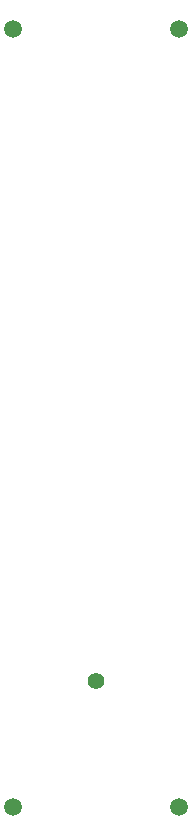
<source format=gbr>
%TF.GenerationSoftware,Altium Limited,Altium Designer,24.9.1 (31)*%
G04 Layer_Color=0*
%FSLAX45Y45*%
%MOMM*%
%TF.SameCoordinates,ACB98261-C50F-458D-AFA4-16EFDEDAE645*%
%TF.FilePolarity,Positive*%
%TF.FileFunction,Plated,1,2,PTH,Drill*%
%TF.Part,Single*%
G01*
G75*
%TA.AperFunction,ViaDrill,NotFilled*%
%ADD15C,1.40000*%
%ADD16C,1.50000*%
D15*
X11245208Y4555400D02*
D03*
D16*
X10546000Y10080700D02*
D03*
X11946000D02*
D03*
Y3490700D02*
D03*
X10546000D02*
D03*
%TF.MD5,747987dcf1598eb7d25ea6f41d1c2be6*%
M02*

</source>
